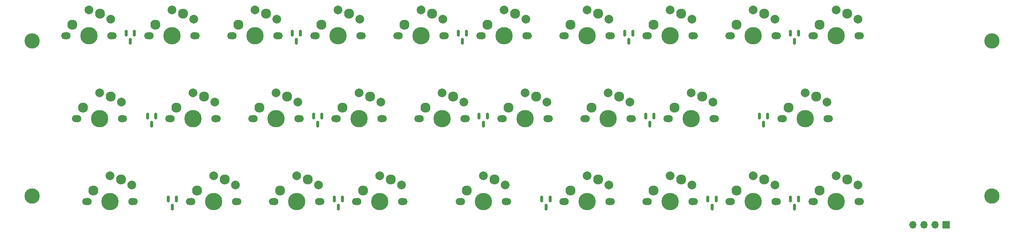
<source format=gbr>
%TF.GenerationSoftware,KiCad,Pcbnew,7.0.7*%
%TF.CreationDate,2023-09-01T12:35:23+10:00*%
%TF.ProjectId,qaz,71617a2e-6b69-4636-9164-5f7063625858,rev?*%
%TF.SameCoordinates,Original*%
%TF.FileFunction,Soldermask,Bot*%
%TF.FilePolarity,Negative*%
%FSLAX46Y46*%
G04 Gerber Fmt 4.6, Leading zero omitted, Abs format (unit mm)*
G04 Created by KiCad (PCBNEW 7.0.7) date 2023-09-01 12:35:23*
%MOMM*%
%LPD*%
G01*
G04 APERTURE LIST*
G04 Aperture macros list*
%AMRoundRect*
0 Rectangle with rounded corners*
0 $1 Rounding radius*
0 $2 $3 $4 $5 $6 $7 $8 $9 X,Y pos of 4 corners*
0 Add a 4 corners polygon primitive as box body*
4,1,4,$2,$3,$4,$5,$6,$7,$8,$9,$2,$3,0*
0 Add four circle primitives for the rounded corners*
1,1,$1+$1,$2,$3*
1,1,$1+$1,$4,$5*
1,1,$1+$1,$6,$7*
1,1,$1+$1,$8,$9*
0 Add four rect primitives between the rounded corners*
20,1,$1+$1,$2,$3,$4,$5,0*
20,1,$1+$1,$4,$5,$6,$7,0*
20,1,$1+$1,$6,$7,$8,$9,0*
20,1,$1+$1,$8,$9,$2,$3,0*%
G04 Aperture macros list end*
%ADD10C,1.700000*%
%ADD11C,1.750000*%
%ADD12C,3.987800*%
%ADD13C,2.300000*%
%ADD14C,2.000000*%
%ADD15C,3.500000*%
%ADD16R,1.700000X1.700000*%
%ADD17O,1.700000X1.700000*%
%ADD18RoundRect,0.150000X-0.150000X0.587500X-0.150000X-0.587500X0.150000X-0.587500X0.150000X0.587500X0*%
G04 APERTURE END LIST*
D10*
%TO.C,SW13*%
X71887500Y-53575000D03*
D11*
X72307500Y-53575000D03*
D12*
X77387500Y-53575000D03*
D11*
X82467500Y-53575000D03*
D10*
X82887500Y-53575000D03*
D13*
X73577500Y-51035000D03*
D14*
X77387500Y-47675000D03*
D13*
X79927500Y-48495000D03*
D14*
X82387500Y-49775000D03*
%TD*%
D10*
%TO.C,SW11*%
X31406250Y-53575000D03*
D11*
X31826250Y-53575000D03*
D12*
X36906250Y-53575000D03*
D11*
X41986250Y-53575000D03*
D10*
X42406250Y-53575000D03*
D13*
X33096250Y-51035000D03*
D14*
X36906250Y-47675000D03*
D13*
X39446250Y-48495000D03*
D14*
X41906250Y-49775000D03*
%TD*%
D10*
%TO.C,SW10*%
X200475000Y-34525000D03*
D11*
X200895000Y-34525000D03*
D12*
X205975000Y-34525000D03*
D11*
X211055000Y-34525000D03*
D10*
X211475000Y-34525000D03*
D13*
X202165000Y-31985000D03*
D14*
X205975000Y-28625000D03*
D13*
X208515000Y-29445000D03*
D14*
X210975000Y-30725000D03*
%TD*%
D10*
%TO.C,SW24*%
X119512500Y-72625000D03*
D11*
X119932500Y-72625000D03*
D12*
X125012500Y-72625000D03*
D11*
X130092500Y-72625000D03*
D10*
X130512500Y-72625000D03*
D13*
X121202500Y-70085000D03*
D14*
X125012500Y-66725000D03*
D13*
X127552500Y-67545000D03*
D14*
X130012500Y-68825000D03*
%TD*%
D10*
%TO.C,SW22*%
X76650000Y-72625000D03*
D11*
X77070000Y-72625000D03*
D12*
X82150000Y-72625000D03*
D11*
X87230000Y-72625000D03*
D10*
X87650000Y-72625000D03*
D13*
X78340000Y-70085000D03*
D14*
X82150000Y-66725000D03*
D13*
X84690000Y-67545000D03*
D14*
X87150000Y-68825000D03*
%TD*%
D10*
%TO.C,SW23*%
X95700000Y-72625000D03*
D11*
X96120000Y-72625000D03*
D12*
X101200000Y-72625000D03*
D11*
X106280000Y-72625000D03*
D10*
X106700000Y-72625000D03*
D13*
X97390000Y-70085000D03*
D14*
X101200000Y-66725000D03*
D13*
X103740000Y-67545000D03*
D14*
X106200000Y-68825000D03*
%TD*%
D10*
%TO.C,SW6*%
X124275000Y-34525000D03*
D11*
X124695000Y-34525000D03*
D12*
X129775000Y-34525000D03*
D11*
X134855000Y-34525000D03*
D10*
X135275000Y-34525000D03*
D13*
X125965000Y-31985000D03*
D14*
X129775000Y-28625000D03*
D13*
X132315000Y-29445000D03*
D14*
X134775000Y-30725000D03*
%TD*%
D10*
%TO.C,SW18*%
X167137500Y-53575000D03*
D11*
X167557500Y-53575000D03*
D12*
X172637500Y-53575000D03*
D11*
X177717500Y-53575000D03*
D10*
X178137500Y-53575000D03*
D13*
X168827500Y-51035000D03*
D14*
X172637500Y-47675000D03*
D13*
X175177500Y-48495000D03*
D14*
X177637500Y-49775000D03*
%TD*%
D10*
%TO.C,SW20*%
X33787500Y-72625000D03*
D11*
X34207500Y-72625000D03*
D12*
X39287500Y-72625000D03*
D11*
X44367500Y-72625000D03*
D10*
X44787500Y-72625000D03*
D13*
X35477500Y-70085000D03*
D14*
X39287500Y-66725000D03*
D13*
X41827500Y-67545000D03*
D14*
X44287500Y-68825000D03*
%TD*%
D15*
%TO.C,REF\u002A\u002A*%
X241697484Y-35718840D03*
%TD*%
D10*
%TO.C,SW9*%
X181425000Y-34525000D03*
D11*
X181845000Y-34525000D03*
D12*
X186925000Y-34525000D03*
D11*
X192005000Y-34525000D03*
D10*
X192425000Y-34525000D03*
D13*
X183115000Y-31985000D03*
D14*
X186925000Y-28625000D03*
D13*
X189465000Y-29445000D03*
D14*
X191925000Y-30725000D03*
%TD*%
D10*
%TO.C,SW8*%
X162375000Y-34525000D03*
D11*
X162795000Y-34525000D03*
D12*
X167875000Y-34525000D03*
D11*
X172955000Y-34525000D03*
D10*
X173375000Y-34525000D03*
D13*
X164065000Y-31985000D03*
D14*
X167875000Y-28625000D03*
D13*
X170415000Y-29445000D03*
D14*
X172875000Y-30725000D03*
%TD*%
D15*
%TO.C,REF\u002A\u002A*%
X21431250Y-71437500D03*
%TD*%
D10*
%TO.C,SW26*%
X162375000Y-72625000D03*
D11*
X162795000Y-72625000D03*
D12*
X167875000Y-72625000D03*
D11*
X172955000Y-72625000D03*
D10*
X173375000Y-72625000D03*
D13*
X164065000Y-70085000D03*
D14*
X167875000Y-66725000D03*
D13*
X170415000Y-67545000D03*
D14*
X172875000Y-68825000D03*
%TD*%
D10*
%TO.C,SW12*%
X52837500Y-53575000D03*
D11*
X53257500Y-53575000D03*
D12*
X58337500Y-53575000D03*
D11*
X63417500Y-53575000D03*
D10*
X63837500Y-53575000D03*
D13*
X54527500Y-51035000D03*
D14*
X58337500Y-47675000D03*
D13*
X60877500Y-48495000D03*
D14*
X63337500Y-49775000D03*
%TD*%
D10*
%TO.C,SW21*%
X57600000Y-72625000D03*
D11*
X58020000Y-72625000D03*
D12*
X63100000Y-72625000D03*
D11*
X68180000Y-72625000D03*
D10*
X68600000Y-72625000D03*
D13*
X59290000Y-70085000D03*
D14*
X63100000Y-66725000D03*
D13*
X65640000Y-67545000D03*
D14*
X68100000Y-68825000D03*
%TD*%
D10*
%TO.C,SW3*%
X67125000Y-34525000D03*
D11*
X67545000Y-34525000D03*
D12*
X72625000Y-34525000D03*
D11*
X77705000Y-34525000D03*
D10*
X78125000Y-34525000D03*
D13*
X68815000Y-31985000D03*
D14*
X72625000Y-28625000D03*
D13*
X75165000Y-29445000D03*
D14*
X77625000Y-30725000D03*
%TD*%
D10*
%TO.C,SW4*%
X86175000Y-34525000D03*
D11*
X86595000Y-34525000D03*
D12*
X91675000Y-34525000D03*
D11*
X96755000Y-34525000D03*
D10*
X97175000Y-34525000D03*
D13*
X87865000Y-31985000D03*
D14*
X91675000Y-28625000D03*
D13*
X94215000Y-29445000D03*
D14*
X96675000Y-30725000D03*
%TD*%
D10*
%TO.C,SW25*%
X143325000Y-72625000D03*
D11*
X143745000Y-72625000D03*
D12*
X148825000Y-72625000D03*
D11*
X153905000Y-72625000D03*
D10*
X154325000Y-72625000D03*
D13*
X145015000Y-70085000D03*
D14*
X148825000Y-66725000D03*
D13*
X151365000Y-67545000D03*
D14*
X153825000Y-68825000D03*
%TD*%
D10*
%TO.C,SW16*%
X129037500Y-53575000D03*
D11*
X129457500Y-53575000D03*
D12*
X134537500Y-53575000D03*
D11*
X139617500Y-53575000D03*
D10*
X140037500Y-53575000D03*
D13*
X130727500Y-51035000D03*
D14*
X134537500Y-47675000D03*
D13*
X137077500Y-48495000D03*
D14*
X139537500Y-49775000D03*
%TD*%
D15*
%TO.C,REF\u002A\u002A*%
X21431250Y-35718750D03*
%TD*%
D10*
%TO.C,SW15*%
X109987500Y-53575000D03*
D11*
X110407500Y-53575000D03*
D12*
X115487500Y-53575000D03*
D11*
X120567500Y-53575000D03*
D10*
X120987500Y-53575000D03*
D13*
X111677500Y-51035000D03*
D14*
X115487500Y-47675000D03*
D13*
X118027500Y-48495000D03*
D14*
X120487500Y-49775000D03*
%TD*%
D10*
%TO.C,SW2*%
X48075000Y-34525000D03*
D11*
X48495000Y-34525000D03*
D12*
X53575000Y-34525000D03*
D11*
X58655000Y-34525000D03*
D10*
X59075000Y-34525000D03*
D13*
X49765000Y-31985000D03*
D14*
X53575000Y-28625000D03*
D13*
X56115000Y-29445000D03*
D14*
X58575000Y-30725000D03*
%TD*%
D16*
%TO.C,J1*%
X231140576Y-77986134D03*
D17*
X228600576Y-77986134D03*
X226060576Y-77986134D03*
X223520576Y-77986134D03*
%TD*%
D10*
%TO.C,SW5*%
X105225000Y-34525000D03*
D11*
X105645000Y-34525000D03*
D12*
X110725000Y-34525000D03*
D11*
X115805000Y-34525000D03*
D10*
X116225000Y-34525000D03*
D13*
X106915000Y-31985000D03*
D14*
X110725000Y-28625000D03*
D13*
X113265000Y-29445000D03*
D14*
X115725000Y-30725000D03*
%TD*%
D10*
%TO.C,SW28*%
X200475000Y-72625000D03*
D11*
X200895000Y-72625000D03*
D12*
X205975000Y-72625000D03*
D11*
X211055000Y-72625000D03*
D10*
X211475000Y-72625000D03*
D13*
X202165000Y-70085000D03*
D14*
X205975000Y-66725000D03*
D13*
X208515000Y-67545000D03*
D14*
X210975000Y-68825000D03*
%TD*%
D10*
%TO.C,SW14*%
X90937500Y-53575000D03*
D11*
X91357500Y-53575000D03*
D12*
X96437500Y-53575000D03*
D11*
X101517500Y-53575000D03*
D10*
X101937500Y-53575000D03*
D13*
X92627500Y-51035000D03*
D14*
X96437500Y-47675000D03*
D13*
X98977500Y-48495000D03*
D14*
X101437500Y-49775000D03*
%TD*%
D10*
%TO.C,SW7*%
X143325000Y-34525000D03*
D11*
X143745000Y-34525000D03*
D12*
X148825000Y-34525000D03*
D11*
X153905000Y-34525000D03*
D10*
X154325000Y-34525000D03*
D13*
X145015000Y-31985000D03*
D14*
X148825000Y-28625000D03*
D13*
X151365000Y-29445000D03*
D14*
X153825000Y-30725000D03*
%TD*%
D10*
%TO.C,SW17*%
X148087500Y-53575000D03*
D11*
X148507500Y-53575000D03*
D12*
X153587500Y-53575000D03*
D11*
X158667500Y-53575000D03*
D10*
X159087500Y-53575000D03*
D13*
X149777500Y-51035000D03*
D14*
X153587500Y-47675000D03*
D13*
X156127500Y-48495000D03*
D14*
X158587500Y-49775000D03*
%TD*%
D10*
%TO.C,SW19*%
X193331250Y-53575000D03*
D11*
X193751250Y-53575000D03*
D12*
X198831250Y-53575000D03*
D11*
X203911250Y-53575000D03*
D10*
X204331250Y-53575000D03*
D13*
X195021250Y-51035000D03*
D14*
X198831250Y-47675000D03*
D13*
X201371250Y-48495000D03*
D14*
X203831250Y-49775000D03*
%TD*%
D15*
%TO.C,REF\u002A\u002A*%
X241698296Y-71437920D03*
%TD*%
D10*
%TO.C,SW1*%
X29025000Y-34525000D03*
D11*
X29445000Y-34525000D03*
D12*
X34525000Y-34525000D03*
D11*
X39605000Y-34525000D03*
D10*
X40025000Y-34525000D03*
D13*
X30715000Y-31985000D03*
D14*
X34525000Y-28625000D03*
D13*
X37065000Y-29445000D03*
D14*
X39525000Y-30725000D03*
%TD*%
D10*
%TO.C,SW27*%
X181425000Y-72625000D03*
D11*
X181845000Y-72625000D03*
D12*
X186925000Y-72625000D03*
D11*
X192005000Y-72625000D03*
D10*
X192425000Y-72625000D03*
D13*
X183115000Y-70085000D03*
D14*
X186925000Y-66725000D03*
D13*
X189465000Y-67545000D03*
D14*
X191925000Y-68825000D03*
%TD*%
D18*
%TO.C,D15*%
X195446591Y-72032994D03*
X197346591Y-72032994D03*
X196396591Y-73907994D03*
%TD*%
%TO.C,D12*%
X90785385Y-72032994D03*
X92685385Y-72032994D03*
X91735385Y-73907994D03*
%TD*%
%TO.C,D2*%
X81146303Y-33932898D03*
X83046303Y-33932898D03*
X82096303Y-35807898D03*
%TD*%
%TO.C,D3*%
X119246399Y-33932898D03*
X121146399Y-33932898D03*
X120196399Y-35807898D03*
%TD*%
%TO.C,D1*%
X43046207Y-33932898D03*
X44946207Y-33932898D03*
X43996207Y-35807898D03*
%TD*%
%TO.C,D11*%
X52685289Y-72032994D03*
X54585289Y-72032994D03*
X53635289Y-73907994D03*
%TD*%
%TO.C,D13*%
X138410505Y-72032994D03*
X140310505Y-72032994D03*
X139360505Y-73907994D03*
%TD*%
%TO.C,D8*%
X124008911Y-52982946D03*
X125908911Y-52982946D03*
X124958911Y-54857946D03*
%TD*%
%TO.C,D14*%
X176510601Y-72032994D03*
X178410601Y-72032994D03*
X177460601Y-73907994D03*
%TD*%
%TO.C,D10*%
X188302823Y-52982946D03*
X190202823Y-52982946D03*
X189252823Y-54857946D03*
%TD*%
%TO.C,D4*%
X157403524Y-33932898D03*
X159303524Y-33932898D03*
X158353524Y-35807898D03*
%TD*%
%TO.C,D9*%
X162223065Y-52982946D03*
X164123065Y-52982946D03*
X163173065Y-54857946D03*
%TD*%
%TO.C,D5*%
X195446591Y-33932898D03*
X197346591Y-33932898D03*
X196396591Y-35807898D03*
%TD*%
%TO.C,D6*%
X47922777Y-52982946D03*
X49822777Y-52982946D03*
X48872777Y-54857946D03*
%TD*%
%TO.C,D7*%
X86022873Y-52982946D03*
X87922873Y-52982946D03*
X86972873Y-54857946D03*
%TD*%
M02*

</source>
